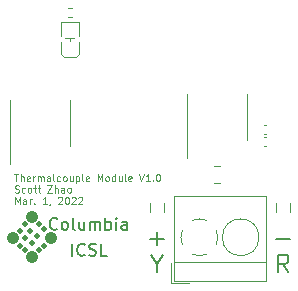
<source format=gbr>
%TF.GenerationSoftware,KiCad,Pcbnew,(6.0.0-0)*%
%TF.CreationDate,2022-03-04T22:18:36-05:00*%
%TF.ProjectId,thermalcouple,74686572-6d61-46c6-936f-75706c652e6b,rev?*%
%TF.SameCoordinates,Original*%
%TF.FileFunction,Legend,Top*%
%TF.FilePolarity,Positive*%
%FSLAX46Y46*%
G04 Gerber Fmt 4.6, Leading zero omitted, Abs format (unit mm)*
G04 Created by KiCad (PCBNEW (6.0.0-0)) date 2022-03-04 22:18:36*
%MOMM*%
%LPD*%
G01*
G04 APERTURE LIST*
%ADD10C,0.200000*%
%ADD11C,0.080000*%
%ADD12C,0.120000*%
%ADD13C,0.500000*%
%ADD14C,1.000000*%
G04 APERTURE END LIST*
D10*
X117050285Y-85768571D02*
X116550285Y-85054285D01*
X116193142Y-85768571D02*
X116193142Y-84268571D01*
X116764571Y-84268571D01*
X116907428Y-84340000D01*
X116978857Y-84411428D01*
X117050285Y-84554285D01*
X117050285Y-84768571D01*
X116978857Y-84911428D01*
X116907428Y-84982857D01*
X116764571Y-85054285D01*
X116193142Y-85054285D01*
X105918000Y-85054285D02*
X105918000Y-85768571D01*
X105418000Y-84268571D02*
X105918000Y-85054285D01*
X106418000Y-84268571D01*
X116014571Y-82911142D02*
X117157428Y-82911142D01*
X105346571Y-82911142D02*
X106489428Y-82911142D01*
X105918000Y-83482571D02*
X105918000Y-82339714D01*
D11*
X93835142Y-77445428D02*
X94178000Y-77445428D01*
X94006571Y-78045428D02*
X94006571Y-77445428D01*
X94378000Y-78045428D02*
X94378000Y-77445428D01*
X94635142Y-78045428D02*
X94635142Y-77731142D01*
X94606571Y-77674000D01*
X94549428Y-77645428D01*
X94463714Y-77645428D01*
X94406571Y-77674000D01*
X94378000Y-77702571D01*
X95149428Y-78016857D02*
X95092285Y-78045428D01*
X94978000Y-78045428D01*
X94920857Y-78016857D01*
X94892285Y-77959714D01*
X94892285Y-77731142D01*
X94920857Y-77674000D01*
X94978000Y-77645428D01*
X95092285Y-77645428D01*
X95149428Y-77674000D01*
X95178000Y-77731142D01*
X95178000Y-77788285D01*
X94892285Y-77845428D01*
X95435142Y-78045428D02*
X95435142Y-77645428D01*
X95435142Y-77759714D02*
X95463714Y-77702571D01*
X95492285Y-77674000D01*
X95549428Y-77645428D01*
X95606571Y-77645428D01*
X95806571Y-78045428D02*
X95806571Y-77645428D01*
X95806571Y-77702571D02*
X95835142Y-77674000D01*
X95892285Y-77645428D01*
X95978000Y-77645428D01*
X96035142Y-77674000D01*
X96063714Y-77731142D01*
X96063714Y-78045428D01*
X96063714Y-77731142D02*
X96092285Y-77674000D01*
X96149428Y-77645428D01*
X96235142Y-77645428D01*
X96292285Y-77674000D01*
X96320857Y-77731142D01*
X96320857Y-78045428D01*
X96863714Y-78045428D02*
X96863714Y-77731142D01*
X96835142Y-77674000D01*
X96778000Y-77645428D01*
X96663714Y-77645428D01*
X96606571Y-77674000D01*
X96863714Y-78016857D02*
X96806571Y-78045428D01*
X96663714Y-78045428D01*
X96606571Y-78016857D01*
X96578000Y-77959714D01*
X96578000Y-77902571D01*
X96606571Y-77845428D01*
X96663714Y-77816857D01*
X96806571Y-77816857D01*
X96863714Y-77788285D01*
X97235142Y-78045428D02*
X97178000Y-78016857D01*
X97149428Y-77959714D01*
X97149428Y-77445428D01*
X97720857Y-78016857D02*
X97663714Y-78045428D01*
X97549428Y-78045428D01*
X97492285Y-78016857D01*
X97463714Y-77988285D01*
X97435142Y-77931142D01*
X97435142Y-77759714D01*
X97463714Y-77702571D01*
X97492285Y-77674000D01*
X97549428Y-77645428D01*
X97663714Y-77645428D01*
X97720857Y-77674000D01*
X98063714Y-78045428D02*
X98006571Y-78016857D01*
X97978000Y-77988285D01*
X97949428Y-77931142D01*
X97949428Y-77759714D01*
X97978000Y-77702571D01*
X98006571Y-77674000D01*
X98063714Y-77645428D01*
X98149428Y-77645428D01*
X98206571Y-77674000D01*
X98235142Y-77702571D01*
X98263714Y-77759714D01*
X98263714Y-77931142D01*
X98235142Y-77988285D01*
X98206571Y-78016857D01*
X98149428Y-78045428D01*
X98063714Y-78045428D01*
X98778000Y-77645428D02*
X98778000Y-78045428D01*
X98520857Y-77645428D02*
X98520857Y-77959714D01*
X98549428Y-78016857D01*
X98606571Y-78045428D01*
X98692285Y-78045428D01*
X98749428Y-78016857D01*
X98778000Y-77988285D01*
X99063714Y-77645428D02*
X99063714Y-78245428D01*
X99063714Y-77674000D02*
X99120857Y-77645428D01*
X99235142Y-77645428D01*
X99292285Y-77674000D01*
X99320857Y-77702571D01*
X99349428Y-77759714D01*
X99349428Y-77931142D01*
X99320857Y-77988285D01*
X99292285Y-78016857D01*
X99235142Y-78045428D01*
X99120857Y-78045428D01*
X99063714Y-78016857D01*
X99692285Y-78045428D02*
X99635142Y-78016857D01*
X99606571Y-77959714D01*
X99606571Y-77445428D01*
X100149428Y-78016857D02*
X100092285Y-78045428D01*
X99978000Y-78045428D01*
X99920857Y-78016857D01*
X99892285Y-77959714D01*
X99892285Y-77731142D01*
X99920857Y-77674000D01*
X99978000Y-77645428D01*
X100092285Y-77645428D01*
X100149428Y-77674000D01*
X100178000Y-77731142D01*
X100178000Y-77788285D01*
X99892285Y-77845428D01*
X100892285Y-78045428D02*
X100892285Y-77445428D01*
X101092285Y-77874000D01*
X101292285Y-77445428D01*
X101292285Y-78045428D01*
X101663714Y-78045428D02*
X101606571Y-78016857D01*
X101578000Y-77988285D01*
X101549428Y-77931142D01*
X101549428Y-77759714D01*
X101578000Y-77702571D01*
X101606571Y-77674000D01*
X101663714Y-77645428D01*
X101749428Y-77645428D01*
X101806571Y-77674000D01*
X101835142Y-77702571D01*
X101863714Y-77759714D01*
X101863714Y-77931142D01*
X101835142Y-77988285D01*
X101806571Y-78016857D01*
X101749428Y-78045428D01*
X101663714Y-78045428D01*
X102378000Y-78045428D02*
X102378000Y-77445428D01*
X102378000Y-78016857D02*
X102320857Y-78045428D01*
X102206571Y-78045428D01*
X102149428Y-78016857D01*
X102120857Y-77988285D01*
X102092285Y-77931142D01*
X102092285Y-77759714D01*
X102120857Y-77702571D01*
X102149428Y-77674000D01*
X102206571Y-77645428D01*
X102320857Y-77645428D01*
X102378000Y-77674000D01*
X102920857Y-77645428D02*
X102920857Y-78045428D01*
X102663714Y-77645428D02*
X102663714Y-77959714D01*
X102692285Y-78016857D01*
X102749428Y-78045428D01*
X102835142Y-78045428D01*
X102892285Y-78016857D01*
X102920857Y-77988285D01*
X103292285Y-78045428D02*
X103235142Y-78016857D01*
X103206571Y-77959714D01*
X103206571Y-77445428D01*
X103749428Y-78016857D02*
X103692285Y-78045428D01*
X103578000Y-78045428D01*
X103520857Y-78016857D01*
X103492285Y-77959714D01*
X103492285Y-77731142D01*
X103520857Y-77674000D01*
X103578000Y-77645428D01*
X103692285Y-77645428D01*
X103749428Y-77674000D01*
X103778000Y-77731142D01*
X103778000Y-77788285D01*
X103492285Y-77845428D01*
X104406571Y-77445428D02*
X104606571Y-78045428D01*
X104806571Y-77445428D01*
X105320857Y-78045428D02*
X104978000Y-78045428D01*
X105149428Y-78045428D02*
X105149428Y-77445428D01*
X105092285Y-77531142D01*
X105035142Y-77588285D01*
X104978000Y-77616857D01*
X105578000Y-77988285D02*
X105606571Y-78016857D01*
X105578000Y-78045428D01*
X105549428Y-78016857D01*
X105578000Y-77988285D01*
X105578000Y-78045428D01*
X105978000Y-77445428D02*
X106035142Y-77445428D01*
X106092285Y-77474000D01*
X106120857Y-77502571D01*
X106149428Y-77559714D01*
X106178000Y-77674000D01*
X106178000Y-77816857D01*
X106149428Y-77931142D01*
X106120857Y-77988285D01*
X106092285Y-78016857D01*
X106035142Y-78045428D01*
X105978000Y-78045428D01*
X105920857Y-78016857D01*
X105892285Y-77988285D01*
X105863714Y-77931142D01*
X105835142Y-77816857D01*
X105835142Y-77674000D01*
X105863714Y-77559714D01*
X105892285Y-77502571D01*
X105920857Y-77474000D01*
X105978000Y-77445428D01*
X93892285Y-78982857D02*
X93978000Y-79011428D01*
X94120857Y-79011428D01*
X94178000Y-78982857D01*
X94206571Y-78954285D01*
X94235142Y-78897142D01*
X94235142Y-78840000D01*
X94206571Y-78782857D01*
X94178000Y-78754285D01*
X94120857Y-78725714D01*
X94006571Y-78697142D01*
X93949428Y-78668571D01*
X93920857Y-78640000D01*
X93892285Y-78582857D01*
X93892285Y-78525714D01*
X93920857Y-78468571D01*
X93949428Y-78440000D01*
X94006571Y-78411428D01*
X94149428Y-78411428D01*
X94235142Y-78440000D01*
X94749428Y-78982857D02*
X94692285Y-79011428D01*
X94578000Y-79011428D01*
X94520857Y-78982857D01*
X94492285Y-78954285D01*
X94463714Y-78897142D01*
X94463714Y-78725714D01*
X94492285Y-78668571D01*
X94520857Y-78640000D01*
X94578000Y-78611428D01*
X94692285Y-78611428D01*
X94749428Y-78640000D01*
X95092285Y-79011428D02*
X95035142Y-78982857D01*
X95006571Y-78954285D01*
X94978000Y-78897142D01*
X94978000Y-78725714D01*
X95006571Y-78668571D01*
X95035142Y-78640000D01*
X95092285Y-78611428D01*
X95178000Y-78611428D01*
X95235142Y-78640000D01*
X95263714Y-78668571D01*
X95292285Y-78725714D01*
X95292285Y-78897142D01*
X95263714Y-78954285D01*
X95235142Y-78982857D01*
X95178000Y-79011428D01*
X95092285Y-79011428D01*
X95463714Y-78611428D02*
X95692285Y-78611428D01*
X95549428Y-78411428D02*
X95549428Y-78925714D01*
X95578000Y-78982857D01*
X95635142Y-79011428D01*
X95692285Y-79011428D01*
X95806571Y-78611428D02*
X96035142Y-78611428D01*
X95892285Y-78411428D02*
X95892285Y-78925714D01*
X95920857Y-78982857D01*
X95978000Y-79011428D01*
X96035142Y-79011428D01*
X96635142Y-78411428D02*
X97035142Y-78411428D01*
X96635142Y-79011428D01*
X97035142Y-79011428D01*
X97263714Y-79011428D02*
X97263714Y-78411428D01*
X97520857Y-79011428D02*
X97520857Y-78697142D01*
X97492285Y-78640000D01*
X97435142Y-78611428D01*
X97349428Y-78611428D01*
X97292285Y-78640000D01*
X97263714Y-78668571D01*
X98063714Y-79011428D02*
X98063714Y-78697142D01*
X98035142Y-78640000D01*
X97978000Y-78611428D01*
X97863714Y-78611428D01*
X97806571Y-78640000D01*
X98063714Y-78982857D02*
X98006571Y-79011428D01*
X97863714Y-79011428D01*
X97806571Y-78982857D01*
X97778000Y-78925714D01*
X97778000Y-78868571D01*
X97806571Y-78811428D01*
X97863714Y-78782857D01*
X98006571Y-78782857D01*
X98063714Y-78754285D01*
X98435142Y-79011428D02*
X98378000Y-78982857D01*
X98349428Y-78954285D01*
X98320857Y-78897142D01*
X98320857Y-78725714D01*
X98349428Y-78668571D01*
X98378000Y-78640000D01*
X98435142Y-78611428D01*
X98520857Y-78611428D01*
X98578000Y-78640000D01*
X98606571Y-78668571D01*
X98635142Y-78725714D01*
X98635142Y-78897142D01*
X98606571Y-78954285D01*
X98578000Y-78982857D01*
X98520857Y-79011428D01*
X98435142Y-79011428D01*
X93920857Y-79977428D02*
X93920857Y-79377428D01*
X94120857Y-79806000D01*
X94320857Y-79377428D01*
X94320857Y-79977428D01*
X94863714Y-79977428D02*
X94863714Y-79663142D01*
X94835142Y-79606000D01*
X94778000Y-79577428D01*
X94663714Y-79577428D01*
X94606571Y-79606000D01*
X94863714Y-79948857D02*
X94806571Y-79977428D01*
X94663714Y-79977428D01*
X94606571Y-79948857D01*
X94578000Y-79891714D01*
X94578000Y-79834571D01*
X94606571Y-79777428D01*
X94663714Y-79748857D01*
X94806571Y-79748857D01*
X94863714Y-79720285D01*
X95149428Y-79977428D02*
X95149428Y-79577428D01*
X95149428Y-79691714D02*
X95178000Y-79634571D01*
X95206571Y-79606000D01*
X95263714Y-79577428D01*
X95320857Y-79577428D01*
X95520857Y-79920285D02*
X95549428Y-79948857D01*
X95520857Y-79977428D01*
X95492285Y-79948857D01*
X95520857Y-79920285D01*
X95520857Y-79977428D01*
X96578000Y-79977428D02*
X96235142Y-79977428D01*
X96406571Y-79977428D02*
X96406571Y-79377428D01*
X96349428Y-79463142D01*
X96292285Y-79520285D01*
X96235142Y-79548857D01*
X96863714Y-79948857D02*
X96863714Y-79977428D01*
X96835142Y-80034571D01*
X96806571Y-80063142D01*
X97549428Y-79434571D02*
X97578000Y-79406000D01*
X97635142Y-79377428D01*
X97778000Y-79377428D01*
X97835142Y-79406000D01*
X97863714Y-79434571D01*
X97892285Y-79491714D01*
X97892285Y-79548857D01*
X97863714Y-79634571D01*
X97520857Y-79977428D01*
X97892285Y-79977428D01*
X98263714Y-79377428D02*
X98320857Y-79377428D01*
X98378000Y-79406000D01*
X98406571Y-79434571D01*
X98435142Y-79491714D01*
X98463714Y-79606000D01*
X98463714Y-79748857D01*
X98435142Y-79863142D01*
X98406571Y-79920285D01*
X98378000Y-79948857D01*
X98320857Y-79977428D01*
X98263714Y-79977428D01*
X98206571Y-79948857D01*
X98178000Y-79920285D01*
X98149428Y-79863142D01*
X98120857Y-79748857D01*
X98120857Y-79606000D01*
X98149428Y-79491714D01*
X98178000Y-79434571D01*
X98206571Y-79406000D01*
X98263714Y-79377428D01*
X98692285Y-79434571D02*
X98720857Y-79406000D01*
X98778000Y-79377428D01*
X98920857Y-79377428D01*
X98978000Y-79406000D01*
X99006571Y-79434571D01*
X99035142Y-79491714D01*
X99035142Y-79548857D01*
X99006571Y-79634571D01*
X98663714Y-79977428D01*
X99035142Y-79977428D01*
X99263714Y-79434571D02*
X99292285Y-79406000D01*
X99349428Y-79377428D01*
X99492285Y-79377428D01*
X99549428Y-79406000D01*
X99578000Y-79434571D01*
X99606571Y-79491714D01*
X99606571Y-79548857D01*
X99578000Y-79634571D01*
X99235142Y-79977428D01*
X99606571Y-79977428D01*
D10*
%TO.C,U2*%
X98748048Y-84356380D02*
X98748048Y-83356380D01*
X99795667Y-84261142D02*
X99748048Y-84308761D01*
X99605191Y-84356380D01*
X99509953Y-84356380D01*
X99367096Y-84308761D01*
X99271858Y-84213523D01*
X99224239Y-84118285D01*
X99176620Y-83927809D01*
X99176620Y-83784952D01*
X99224239Y-83594476D01*
X99271858Y-83499238D01*
X99367096Y-83404000D01*
X99509953Y-83356380D01*
X99605191Y-83356380D01*
X99748048Y-83404000D01*
X99795667Y-83451619D01*
X100176620Y-84308761D02*
X100319477Y-84356380D01*
X100557572Y-84356380D01*
X100652810Y-84308761D01*
X100700429Y-84261142D01*
X100748048Y-84165904D01*
X100748048Y-84070666D01*
X100700429Y-83975428D01*
X100652810Y-83927809D01*
X100557572Y-83880190D01*
X100367096Y-83832571D01*
X100271858Y-83784952D01*
X100224239Y-83737333D01*
X100176620Y-83642095D01*
X100176620Y-83546857D01*
X100224239Y-83451619D01*
X100271858Y-83404000D01*
X100367096Y-83356380D01*
X100605191Y-83356380D01*
X100748048Y-83404000D01*
X101652810Y-84356380D02*
X101176620Y-84356380D01*
X101176620Y-83356380D01*
X97462334Y-82061142D02*
X97414715Y-82108761D01*
X97271858Y-82156380D01*
X97176620Y-82156380D01*
X97033762Y-82108761D01*
X96938524Y-82013523D01*
X96890905Y-81918285D01*
X96843286Y-81727809D01*
X96843286Y-81584952D01*
X96890905Y-81394476D01*
X96938524Y-81299238D01*
X97033762Y-81204000D01*
X97176620Y-81156380D01*
X97271858Y-81156380D01*
X97414715Y-81204000D01*
X97462334Y-81251619D01*
X98033762Y-82156380D02*
X97938524Y-82108761D01*
X97890905Y-82061142D01*
X97843286Y-81965904D01*
X97843286Y-81680190D01*
X97890905Y-81584952D01*
X97938524Y-81537333D01*
X98033762Y-81489714D01*
X98176620Y-81489714D01*
X98271858Y-81537333D01*
X98319477Y-81584952D01*
X98367096Y-81680190D01*
X98367096Y-81965904D01*
X98319477Y-82061142D01*
X98271858Y-82108761D01*
X98176620Y-82156380D01*
X98033762Y-82156380D01*
X98938524Y-82156380D02*
X98843286Y-82108761D01*
X98795667Y-82013523D01*
X98795667Y-81156380D01*
X99748048Y-81489714D02*
X99748048Y-82156380D01*
X99319477Y-81489714D02*
X99319477Y-82013523D01*
X99367096Y-82108761D01*
X99462334Y-82156380D01*
X99605191Y-82156380D01*
X99700429Y-82108761D01*
X99748048Y-82061142D01*
X100224239Y-82156380D02*
X100224239Y-81489714D01*
X100224239Y-81584952D02*
X100271858Y-81537333D01*
X100367096Y-81489714D01*
X100509953Y-81489714D01*
X100605191Y-81537333D01*
X100652810Y-81632571D01*
X100652810Y-82156380D01*
X100652810Y-81632571D02*
X100700429Y-81537333D01*
X100795667Y-81489714D01*
X100938524Y-81489714D01*
X101033762Y-81537333D01*
X101081381Y-81632571D01*
X101081381Y-82156380D01*
X101557572Y-82156380D02*
X101557572Y-81156380D01*
X101557572Y-81537333D02*
X101652810Y-81489714D01*
X101843286Y-81489714D01*
X101938524Y-81537333D01*
X101986143Y-81584952D01*
X102033762Y-81680190D01*
X102033762Y-81965904D01*
X101986143Y-82061142D01*
X101938524Y-82108761D01*
X101843286Y-82156380D01*
X101652810Y-82156380D01*
X101557572Y-82108761D01*
X102462334Y-82156380D02*
X102462334Y-81489714D01*
X102462334Y-81156380D02*
X102414715Y-81204000D01*
X102462334Y-81251619D01*
X102509953Y-81204000D01*
X102462334Y-81156380D01*
X102462334Y-81251619D01*
X103367096Y-82156380D02*
X103367096Y-81632571D01*
X103319477Y-81537333D01*
X103224239Y-81489714D01*
X103033762Y-81489714D01*
X102938524Y-81537333D01*
X103367096Y-82108761D02*
X103271858Y-82156380D01*
X103033762Y-82156380D01*
X102938524Y-82108761D01*
X102890905Y-82013523D01*
X102890905Y-81918285D01*
X102938524Y-81823047D01*
X103033762Y-81775428D01*
X103271858Y-81775428D01*
X103367096Y-81727809D01*
D12*
%TO.C,U1*%
X113558000Y-72644000D02*
X113558000Y-74594000D01*
X108438000Y-72644000D02*
X108438000Y-70694000D01*
X113558000Y-72644000D02*
X113558000Y-70694000D01*
X108438000Y-72644000D02*
X108438000Y-76094000D01*
%TO.C,J1*%
X107342000Y-86464000D02*
X115162000Y-86464000D01*
X107102000Y-84964000D02*
X107102000Y-86704000D01*
X115162000Y-79344000D02*
X115162000Y-86464000D01*
X107342000Y-79344000D02*
X107342000Y-86464000D01*
X107342000Y-84904000D02*
X115162000Y-84904000D01*
X107102000Y-86704000D02*
X108602000Y-86704000D01*
X107342000Y-79344000D02*
X115162000Y-79344000D01*
X110934000Y-83412000D02*
G75*
G03*
X110934109Y-82196258I-1432003J607999D01*
G01*
X108070000Y-82196000D02*
G75*
G03*
X108069891Y-83411742I1432003J-607999D01*
G01*
X110110000Y-81372000D02*
G75*
G03*
X108894258Y-81371891I-607999J-1432003D01*
G01*
X108894000Y-84236000D02*
G75*
G03*
X109529011Y-84359493I607998J1431988D01*
G01*
X109502000Y-84359000D02*
G75*
G03*
X110109587Y-84235385I1J1554997D01*
G01*
X114557000Y-82804000D02*
G75*
G03*
X114557000Y-82804000I-1555000J0D01*
G01*
%TO.C,FB2*%
X106478000Y-80663622D02*
X106478000Y-79864378D01*
X105358000Y-80663622D02*
X105358000Y-79864378D01*
%TO.C,FB1*%
X116026000Y-80663622D02*
X116026000Y-79864378D01*
X117146000Y-80663622D02*
X117146000Y-79864378D01*
%TO.C,C3*%
X114954164Y-74316000D02*
X115169836Y-74316000D01*
X114954164Y-75036000D02*
X115169836Y-75036000D01*
%TO.C,C2*%
X114954164Y-73300000D02*
X115169836Y-73300000D01*
X114954164Y-74020000D02*
X115169836Y-74020000D01*
%TO.C,C1*%
X111259252Y-78205000D02*
X110736748Y-78205000D01*
X111259252Y-76735000D02*
X110736748Y-76735000D01*
%TO.C,R1*%
X98705641Y-64134000D02*
X98398359Y-64134000D01*
X98705641Y-63374000D02*
X98398359Y-63374000D01*
%TO.C,U3*%
X93452000Y-73152000D02*
X93452000Y-76602000D01*
X98572000Y-73152000D02*
X98572000Y-71202000D01*
X93452000Y-73152000D02*
X93452000Y-71202000D01*
X98572000Y-73152000D02*
X98572000Y-75102000D01*
D13*
%TO.C,U2*%
X95929001Y-83904000D02*
G75*
G03*
X95929001Y-83904000I0J0D01*
G01*
X94729001Y-83904000D02*
G75*
G03*
X94729001Y-83904000I0J0D01*
G01*
X94329001Y-83504000D02*
G75*
G03*
X94329001Y-83504000I0J0D01*
G01*
X96329001Y-83504000D02*
G75*
G03*
X96329001Y-83504000I0J0D01*
G01*
X95129001Y-82304000D02*
G75*
G03*
X95129001Y-82304000I0J0D01*
G01*
X95929001Y-81704000D02*
G75*
G03*
X95929001Y-81704000I0J0D01*
G01*
X94329001Y-82304000D02*
G75*
G03*
X94329001Y-82304000I0J0D01*
G01*
D14*
X93729001Y-82904000D02*
G75*
G03*
X93729001Y-82904000I0J0D01*
G01*
D13*
X96329001Y-82104000D02*
G75*
G03*
X96329001Y-82104000I0J0D01*
G01*
D14*
X96929001Y-82904000D02*
G75*
G03*
X96929001Y-82904000I0J0D01*
G01*
D13*
X94729001Y-81704000D02*
G75*
G03*
X94729001Y-81704000I0J0D01*
G01*
X95329001Y-83304000D02*
G75*
G03*
X95329001Y-83304000I0J0D01*
G01*
X94729001Y-82904000D02*
G75*
G03*
X94729001Y-82904000I0J0D01*
G01*
D14*
X95329001Y-84504000D02*
G75*
G03*
X95329001Y-84504000I0J0D01*
G01*
D13*
X95729001Y-82704000D02*
G75*
G03*
X95729001Y-82704000I0J0D01*
G01*
D14*
X95329001Y-81104000D02*
G75*
G03*
X95329001Y-81104000I0J0D01*
G01*
D12*
%TO.C,D1*%
X99287000Y-67310000D02*
X99060000Y-67564000D01*
X98552000Y-65913000D02*
X98552000Y-66167000D01*
X98171000Y-65913000D02*
X98933000Y-65913000D01*
X99287000Y-65786000D02*
X99287000Y-64555000D01*
X97817000Y-66294000D02*
X97817000Y-67310000D01*
X97817000Y-64555000D02*
X97817000Y-65786000D01*
X98044000Y-67564000D02*
X97817000Y-67310000D01*
X99060000Y-67564000D02*
X98044000Y-67564000D01*
X99287000Y-67310000D02*
X99287000Y-66294000D01*
X99287000Y-64555000D02*
X97817000Y-64555000D01*
%TD*%
M02*

</source>
